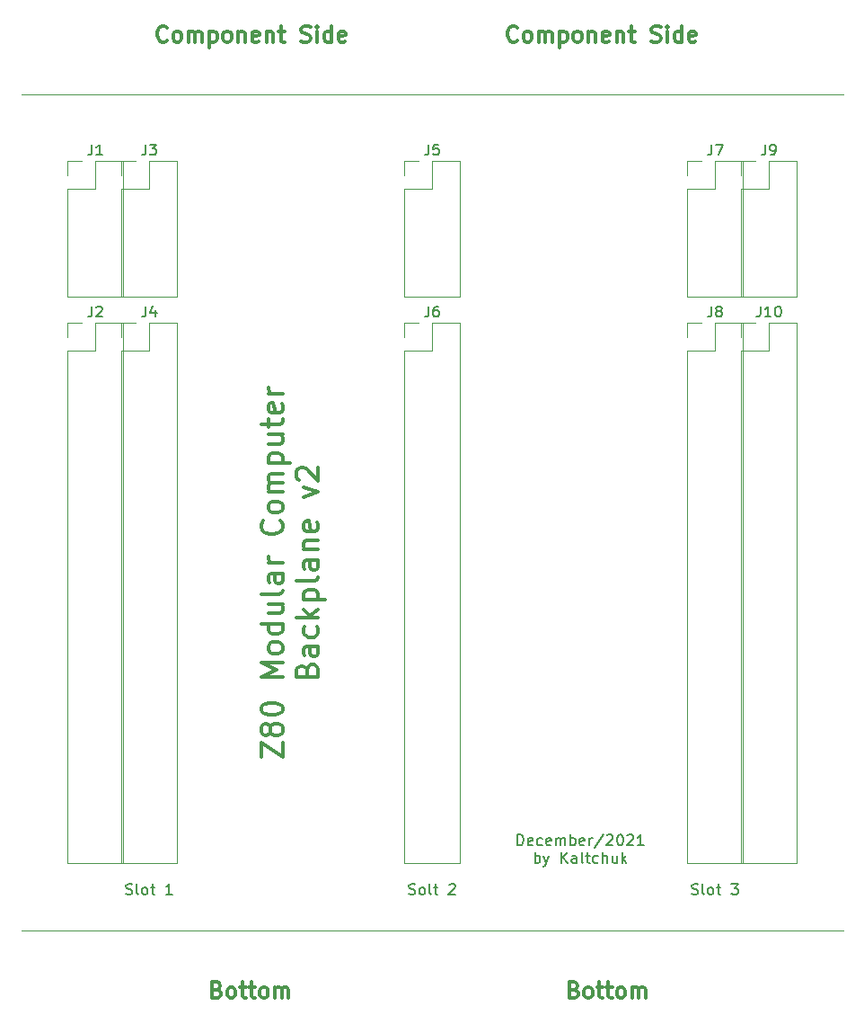
<source format=gbr>
G04 #@! TF.GenerationSoftware,KiCad,Pcbnew,(5.1.4)-1*
G04 #@! TF.CreationDate,2022-01-25T20:32:36+02:00*
G04 #@! TF.ProjectId,Backplane v2,4261636b-706c-4616-9e65-2076322e6b69,rev?*
G04 #@! TF.SameCoordinates,Original*
G04 #@! TF.FileFunction,Legend,Top*
G04 #@! TF.FilePolarity,Positive*
%FSLAX46Y46*%
G04 Gerber Fmt 4.6, Leading zero omitted, Abs format (unit mm)*
G04 Created by KiCad (PCBNEW (5.1.4)-1) date 2022-01-25 20:32:36*
%MOMM*%
%LPD*%
G04 APERTURE LIST*
%ADD10C,0.300000*%
%ADD11C,0.152400*%
%ADD12C,0.120000*%
%ADD13C,0.304800*%
%ADD14C,0.150000*%
G04 APERTURE END LIST*
D10*
X129957714Y-50827714D02*
X129886285Y-50899142D01*
X129672000Y-50970571D01*
X129529142Y-50970571D01*
X129314857Y-50899142D01*
X129172000Y-50756285D01*
X129100571Y-50613428D01*
X129029142Y-50327714D01*
X129029142Y-50113428D01*
X129100571Y-49827714D01*
X129172000Y-49684857D01*
X129314857Y-49542000D01*
X129529142Y-49470571D01*
X129672000Y-49470571D01*
X129886285Y-49542000D01*
X129957714Y-49613428D01*
X130814857Y-50970571D02*
X130672000Y-50899142D01*
X130600571Y-50827714D01*
X130529142Y-50684857D01*
X130529142Y-50256285D01*
X130600571Y-50113428D01*
X130672000Y-50042000D01*
X130814857Y-49970571D01*
X131029142Y-49970571D01*
X131172000Y-50042000D01*
X131243428Y-50113428D01*
X131314857Y-50256285D01*
X131314857Y-50684857D01*
X131243428Y-50827714D01*
X131172000Y-50899142D01*
X131029142Y-50970571D01*
X130814857Y-50970571D01*
X131957714Y-50970571D02*
X131957714Y-49970571D01*
X131957714Y-50113428D02*
X132029142Y-50042000D01*
X132172000Y-49970571D01*
X132386285Y-49970571D01*
X132529142Y-50042000D01*
X132600571Y-50184857D01*
X132600571Y-50970571D01*
X132600571Y-50184857D02*
X132672000Y-50042000D01*
X132814857Y-49970571D01*
X133029142Y-49970571D01*
X133172000Y-50042000D01*
X133243428Y-50184857D01*
X133243428Y-50970571D01*
X133957714Y-49970571D02*
X133957714Y-51470571D01*
X133957714Y-50042000D02*
X134100571Y-49970571D01*
X134386285Y-49970571D01*
X134529142Y-50042000D01*
X134600571Y-50113428D01*
X134672000Y-50256285D01*
X134672000Y-50684857D01*
X134600571Y-50827714D01*
X134529142Y-50899142D01*
X134386285Y-50970571D01*
X134100571Y-50970571D01*
X133957714Y-50899142D01*
X135529142Y-50970571D02*
X135386285Y-50899142D01*
X135314857Y-50827714D01*
X135243428Y-50684857D01*
X135243428Y-50256285D01*
X135314857Y-50113428D01*
X135386285Y-50042000D01*
X135529142Y-49970571D01*
X135743428Y-49970571D01*
X135886285Y-50042000D01*
X135957714Y-50113428D01*
X136029142Y-50256285D01*
X136029142Y-50684857D01*
X135957714Y-50827714D01*
X135886285Y-50899142D01*
X135743428Y-50970571D01*
X135529142Y-50970571D01*
X136672000Y-49970571D02*
X136672000Y-50970571D01*
X136672000Y-50113428D02*
X136743428Y-50042000D01*
X136886285Y-49970571D01*
X137100571Y-49970571D01*
X137243428Y-50042000D01*
X137314857Y-50184857D01*
X137314857Y-50970571D01*
X138600571Y-50899142D02*
X138457714Y-50970571D01*
X138172000Y-50970571D01*
X138029142Y-50899142D01*
X137957714Y-50756285D01*
X137957714Y-50184857D01*
X138029142Y-50042000D01*
X138172000Y-49970571D01*
X138457714Y-49970571D01*
X138600571Y-50042000D01*
X138672000Y-50184857D01*
X138672000Y-50327714D01*
X137957714Y-50470571D01*
X139314857Y-49970571D02*
X139314857Y-50970571D01*
X139314857Y-50113428D02*
X139386285Y-50042000D01*
X139529142Y-49970571D01*
X139743428Y-49970571D01*
X139886285Y-50042000D01*
X139957714Y-50184857D01*
X139957714Y-50970571D01*
X140457714Y-49970571D02*
X141029142Y-49970571D01*
X140672000Y-49470571D02*
X140672000Y-50756285D01*
X140743428Y-50899142D01*
X140886285Y-50970571D01*
X141029142Y-50970571D01*
X142600571Y-50899142D02*
X142814857Y-50970571D01*
X143172000Y-50970571D01*
X143314857Y-50899142D01*
X143386285Y-50827714D01*
X143457714Y-50684857D01*
X143457714Y-50542000D01*
X143386285Y-50399142D01*
X143314857Y-50327714D01*
X143172000Y-50256285D01*
X142886285Y-50184857D01*
X142743428Y-50113428D01*
X142672000Y-50042000D01*
X142600571Y-49899142D01*
X142600571Y-49756285D01*
X142672000Y-49613428D01*
X142743428Y-49542000D01*
X142886285Y-49470571D01*
X143243428Y-49470571D01*
X143457714Y-49542000D01*
X144100571Y-50970571D02*
X144100571Y-49970571D01*
X144100571Y-49470571D02*
X144029142Y-49542000D01*
X144100571Y-49613428D01*
X144172000Y-49542000D01*
X144100571Y-49470571D01*
X144100571Y-49613428D01*
X145457714Y-50970571D02*
X145457714Y-49470571D01*
X145457714Y-50899142D02*
X145314857Y-50970571D01*
X145029142Y-50970571D01*
X144886285Y-50899142D01*
X144814857Y-50827714D01*
X144743428Y-50684857D01*
X144743428Y-50256285D01*
X144814857Y-50113428D01*
X144886285Y-50042000D01*
X145029142Y-49970571D01*
X145314857Y-49970571D01*
X145457714Y-50042000D01*
X146743428Y-50899142D02*
X146600571Y-50970571D01*
X146314857Y-50970571D01*
X146172000Y-50899142D01*
X146100571Y-50756285D01*
X146100571Y-50184857D01*
X146172000Y-50042000D01*
X146314857Y-49970571D01*
X146600571Y-49970571D01*
X146743428Y-50042000D01*
X146814857Y-50184857D01*
X146814857Y-50327714D01*
X146100571Y-50470571D01*
X96937714Y-50827714D02*
X96866285Y-50899142D01*
X96652000Y-50970571D01*
X96509142Y-50970571D01*
X96294857Y-50899142D01*
X96152000Y-50756285D01*
X96080571Y-50613428D01*
X96009142Y-50327714D01*
X96009142Y-50113428D01*
X96080571Y-49827714D01*
X96152000Y-49684857D01*
X96294857Y-49542000D01*
X96509142Y-49470571D01*
X96652000Y-49470571D01*
X96866285Y-49542000D01*
X96937714Y-49613428D01*
X97794857Y-50970571D02*
X97652000Y-50899142D01*
X97580571Y-50827714D01*
X97509142Y-50684857D01*
X97509142Y-50256285D01*
X97580571Y-50113428D01*
X97652000Y-50042000D01*
X97794857Y-49970571D01*
X98009142Y-49970571D01*
X98152000Y-50042000D01*
X98223428Y-50113428D01*
X98294857Y-50256285D01*
X98294857Y-50684857D01*
X98223428Y-50827714D01*
X98152000Y-50899142D01*
X98009142Y-50970571D01*
X97794857Y-50970571D01*
X98937714Y-50970571D02*
X98937714Y-49970571D01*
X98937714Y-50113428D02*
X99009142Y-50042000D01*
X99152000Y-49970571D01*
X99366285Y-49970571D01*
X99509142Y-50042000D01*
X99580571Y-50184857D01*
X99580571Y-50970571D01*
X99580571Y-50184857D02*
X99652000Y-50042000D01*
X99794857Y-49970571D01*
X100009142Y-49970571D01*
X100152000Y-50042000D01*
X100223428Y-50184857D01*
X100223428Y-50970571D01*
X100937714Y-49970571D02*
X100937714Y-51470571D01*
X100937714Y-50042000D02*
X101080571Y-49970571D01*
X101366285Y-49970571D01*
X101509142Y-50042000D01*
X101580571Y-50113428D01*
X101652000Y-50256285D01*
X101652000Y-50684857D01*
X101580571Y-50827714D01*
X101509142Y-50899142D01*
X101366285Y-50970571D01*
X101080571Y-50970571D01*
X100937714Y-50899142D01*
X102509142Y-50970571D02*
X102366285Y-50899142D01*
X102294857Y-50827714D01*
X102223428Y-50684857D01*
X102223428Y-50256285D01*
X102294857Y-50113428D01*
X102366285Y-50042000D01*
X102509142Y-49970571D01*
X102723428Y-49970571D01*
X102866285Y-50042000D01*
X102937714Y-50113428D01*
X103009142Y-50256285D01*
X103009142Y-50684857D01*
X102937714Y-50827714D01*
X102866285Y-50899142D01*
X102723428Y-50970571D01*
X102509142Y-50970571D01*
X103652000Y-49970571D02*
X103652000Y-50970571D01*
X103652000Y-50113428D02*
X103723428Y-50042000D01*
X103866285Y-49970571D01*
X104080571Y-49970571D01*
X104223428Y-50042000D01*
X104294857Y-50184857D01*
X104294857Y-50970571D01*
X105580571Y-50899142D02*
X105437714Y-50970571D01*
X105152000Y-50970571D01*
X105009142Y-50899142D01*
X104937714Y-50756285D01*
X104937714Y-50184857D01*
X105009142Y-50042000D01*
X105152000Y-49970571D01*
X105437714Y-49970571D01*
X105580571Y-50042000D01*
X105652000Y-50184857D01*
X105652000Y-50327714D01*
X104937714Y-50470571D01*
X106294857Y-49970571D02*
X106294857Y-50970571D01*
X106294857Y-50113428D02*
X106366285Y-50042000D01*
X106509142Y-49970571D01*
X106723428Y-49970571D01*
X106866285Y-50042000D01*
X106937714Y-50184857D01*
X106937714Y-50970571D01*
X107437714Y-49970571D02*
X108009142Y-49970571D01*
X107652000Y-49470571D02*
X107652000Y-50756285D01*
X107723428Y-50899142D01*
X107866285Y-50970571D01*
X108009142Y-50970571D01*
X109580571Y-50899142D02*
X109794857Y-50970571D01*
X110152000Y-50970571D01*
X110294857Y-50899142D01*
X110366285Y-50827714D01*
X110437714Y-50684857D01*
X110437714Y-50542000D01*
X110366285Y-50399142D01*
X110294857Y-50327714D01*
X110152000Y-50256285D01*
X109866285Y-50184857D01*
X109723428Y-50113428D01*
X109652000Y-50042000D01*
X109580571Y-49899142D01*
X109580571Y-49756285D01*
X109652000Y-49613428D01*
X109723428Y-49542000D01*
X109866285Y-49470571D01*
X110223428Y-49470571D01*
X110437714Y-49542000D01*
X111080571Y-50970571D02*
X111080571Y-49970571D01*
X111080571Y-49470571D02*
X111009142Y-49542000D01*
X111080571Y-49613428D01*
X111152000Y-49542000D01*
X111080571Y-49470571D01*
X111080571Y-49613428D01*
X112437714Y-50970571D02*
X112437714Y-49470571D01*
X112437714Y-50899142D02*
X112294857Y-50970571D01*
X112009142Y-50970571D01*
X111866285Y-50899142D01*
X111794857Y-50827714D01*
X111723428Y-50684857D01*
X111723428Y-50256285D01*
X111794857Y-50113428D01*
X111866285Y-50042000D01*
X112009142Y-49970571D01*
X112294857Y-49970571D01*
X112437714Y-50042000D01*
X113723428Y-50899142D02*
X113580571Y-50970571D01*
X113294857Y-50970571D01*
X113152000Y-50899142D01*
X113080571Y-50756285D01*
X113080571Y-50184857D01*
X113152000Y-50042000D01*
X113294857Y-49970571D01*
X113580571Y-49970571D01*
X113723428Y-50042000D01*
X113794857Y-50184857D01*
X113794857Y-50327714D01*
X113080571Y-50470571D01*
X101667857Y-140227857D02*
X101882142Y-140299285D01*
X101953571Y-140370714D01*
X102025000Y-140513571D01*
X102025000Y-140727857D01*
X101953571Y-140870714D01*
X101882142Y-140942142D01*
X101739285Y-141013571D01*
X101167857Y-141013571D01*
X101167857Y-139513571D01*
X101667857Y-139513571D01*
X101810714Y-139585000D01*
X101882142Y-139656428D01*
X101953571Y-139799285D01*
X101953571Y-139942142D01*
X101882142Y-140085000D01*
X101810714Y-140156428D01*
X101667857Y-140227857D01*
X101167857Y-140227857D01*
X102882142Y-141013571D02*
X102739285Y-140942142D01*
X102667857Y-140870714D01*
X102596428Y-140727857D01*
X102596428Y-140299285D01*
X102667857Y-140156428D01*
X102739285Y-140085000D01*
X102882142Y-140013571D01*
X103096428Y-140013571D01*
X103239285Y-140085000D01*
X103310714Y-140156428D01*
X103382142Y-140299285D01*
X103382142Y-140727857D01*
X103310714Y-140870714D01*
X103239285Y-140942142D01*
X103096428Y-141013571D01*
X102882142Y-141013571D01*
X103810714Y-140013571D02*
X104382142Y-140013571D01*
X104025000Y-139513571D02*
X104025000Y-140799285D01*
X104096428Y-140942142D01*
X104239285Y-141013571D01*
X104382142Y-141013571D01*
X104667857Y-140013571D02*
X105239285Y-140013571D01*
X104882142Y-139513571D02*
X104882142Y-140799285D01*
X104953571Y-140942142D01*
X105096428Y-141013571D01*
X105239285Y-141013571D01*
X105953571Y-141013571D02*
X105810714Y-140942142D01*
X105739285Y-140870714D01*
X105667857Y-140727857D01*
X105667857Y-140299285D01*
X105739285Y-140156428D01*
X105810714Y-140085000D01*
X105953571Y-140013571D01*
X106167857Y-140013571D01*
X106310714Y-140085000D01*
X106382142Y-140156428D01*
X106453571Y-140299285D01*
X106453571Y-140727857D01*
X106382142Y-140870714D01*
X106310714Y-140942142D01*
X106167857Y-141013571D01*
X105953571Y-141013571D01*
X107096428Y-141013571D02*
X107096428Y-140013571D01*
X107096428Y-140156428D02*
X107167857Y-140085000D01*
X107310714Y-140013571D01*
X107525000Y-140013571D01*
X107667857Y-140085000D01*
X107739285Y-140227857D01*
X107739285Y-141013571D01*
X107739285Y-140227857D02*
X107810714Y-140085000D01*
X107953571Y-140013571D01*
X108167857Y-140013571D01*
X108310714Y-140085000D01*
X108382142Y-140227857D01*
X108382142Y-141013571D01*
X135322857Y-140227857D02*
X135537142Y-140299285D01*
X135608571Y-140370714D01*
X135680000Y-140513571D01*
X135680000Y-140727857D01*
X135608571Y-140870714D01*
X135537142Y-140942142D01*
X135394285Y-141013571D01*
X134822857Y-141013571D01*
X134822857Y-139513571D01*
X135322857Y-139513571D01*
X135465714Y-139585000D01*
X135537142Y-139656428D01*
X135608571Y-139799285D01*
X135608571Y-139942142D01*
X135537142Y-140085000D01*
X135465714Y-140156428D01*
X135322857Y-140227857D01*
X134822857Y-140227857D01*
X136537142Y-141013571D02*
X136394285Y-140942142D01*
X136322857Y-140870714D01*
X136251428Y-140727857D01*
X136251428Y-140299285D01*
X136322857Y-140156428D01*
X136394285Y-140085000D01*
X136537142Y-140013571D01*
X136751428Y-140013571D01*
X136894285Y-140085000D01*
X136965714Y-140156428D01*
X137037142Y-140299285D01*
X137037142Y-140727857D01*
X136965714Y-140870714D01*
X136894285Y-140942142D01*
X136751428Y-141013571D01*
X136537142Y-141013571D01*
X137465714Y-140013571D02*
X138037142Y-140013571D01*
X137680000Y-139513571D02*
X137680000Y-140799285D01*
X137751428Y-140942142D01*
X137894285Y-141013571D01*
X138037142Y-141013571D01*
X138322857Y-140013571D02*
X138894285Y-140013571D01*
X138537142Y-139513571D02*
X138537142Y-140799285D01*
X138608571Y-140942142D01*
X138751428Y-141013571D01*
X138894285Y-141013571D01*
X139608571Y-141013571D02*
X139465714Y-140942142D01*
X139394285Y-140870714D01*
X139322857Y-140727857D01*
X139322857Y-140299285D01*
X139394285Y-140156428D01*
X139465714Y-140085000D01*
X139608571Y-140013571D01*
X139822857Y-140013571D01*
X139965714Y-140085000D01*
X140037142Y-140156428D01*
X140108571Y-140299285D01*
X140108571Y-140727857D01*
X140037142Y-140870714D01*
X139965714Y-140942142D01*
X139822857Y-141013571D01*
X139608571Y-141013571D01*
X140751428Y-141013571D02*
X140751428Y-140013571D01*
X140751428Y-140156428D02*
X140822857Y-140085000D01*
X140965714Y-140013571D01*
X141180000Y-140013571D01*
X141322857Y-140085000D01*
X141394285Y-140227857D01*
X141394285Y-141013571D01*
X141394285Y-140227857D02*
X141465714Y-140085000D01*
X141608571Y-140013571D01*
X141822857Y-140013571D01*
X141965714Y-140085000D01*
X142037142Y-140227857D01*
X142037142Y-141013571D01*
D11*
X146412857Y-131221238D02*
X146558000Y-131269619D01*
X146799904Y-131269619D01*
X146896666Y-131221238D01*
X146945047Y-131172857D01*
X146993428Y-131076095D01*
X146993428Y-130979333D01*
X146945047Y-130882571D01*
X146896666Y-130834190D01*
X146799904Y-130785809D01*
X146606380Y-130737428D01*
X146509619Y-130689047D01*
X146461238Y-130640666D01*
X146412857Y-130543904D01*
X146412857Y-130447142D01*
X146461238Y-130350380D01*
X146509619Y-130302000D01*
X146606380Y-130253619D01*
X146848285Y-130253619D01*
X146993428Y-130302000D01*
X147574000Y-131269619D02*
X147477238Y-131221238D01*
X147428857Y-131124476D01*
X147428857Y-130253619D01*
X148106190Y-131269619D02*
X148009428Y-131221238D01*
X147961047Y-131172857D01*
X147912666Y-131076095D01*
X147912666Y-130785809D01*
X147961047Y-130689047D01*
X148009428Y-130640666D01*
X148106190Y-130592285D01*
X148251333Y-130592285D01*
X148348095Y-130640666D01*
X148396476Y-130689047D01*
X148444857Y-130785809D01*
X148444857Y-131076095D01*
X148396476Y-131172857D01*
X148348095Y-131221238D01*
X148251333Y-131269619D01*
X148106190Y-131269619D01*
X148735142Y-130592285D02*
X149122190Y-130592285D01*
X148880285Y-130253619D02*
X148880285Y-131124476D01*
X148928666Y-131221238D01*
X149025428Y-131269619D01*
X149122190Y-131269619D01*
X150138190Y-130253619D02*
X150767142Y-130253619D01*
X150428476Y-130640666D01*
X150573619Y-130640666D01*
X150670380Y-130689047D01*
X150718761Y-130737428D01*
X150767142Y-130834190D01*
X150767142Y-131076095D01*
X150718761Y-131172857D01*
X150670380Y-131221238D01*
X150573619Y-131269619D01*
X150283333Y-131269619D01*
X150186571Y-131221238D01*
X150138190Y-131172857D01*
X119742857Y-131221238D02*
X119888000Y-131269619D01*
X120129904Y-131269619D01*
X120226666Y-131221238D01*
X120275047Y-131172857D01*
X120323428Y-131076095D01*
X120323428Y-130979333D01*
X120275047Y-130882571D01*
X120226666Y-130834190D01*
X120129904Y-130785809D01*
X119936380Y-130737428D01*
X119839619Y-130689047D01*
X119791238Y-130640666D01*
X119742857Y-130543904D01*
X119742857Y-130447142D01*
X119791238Y-130350380D01*
X119839619Y-130302000D01*
X119936380Y-130253619D01*
X120178285Y-130253619D01*
X120323428Y-130302000D01*
X120904000Y-131269619D02*
X120807238Y-131221238D01*
X120758857Y-131172857D01*
X120710476Y-131076095D01*
X120710476Y-130785809D01*
X120758857Y-130689047D01*
X120807238Y-130640666D01*
X120904000Y-130592285D01*
X121049142Y-130592285D01*
X121145904Y-130640666D01*
X121194285Y-130689047D01*
X121242666Y-130785809D01*
X121242666Y-131076095D01*
X121194285Y-131172857D01*
X121145904Y-131221238D01*
X121049142Y-131269619D01*
X120904000Y-131269619D01*
X121823238Y-131269619D02*
X121726476Y-131221238D01*
X121678095Y-131124476D01*
X121678095Y-130253619D01*
X122065142Y-130592285D02*
X122452190Y-130592285D01*
X122210285Y-130253619D02*
X122210285Y-131124476D01*
X122258666Y-131221238D01*
X122355428Y-131269619D01*
X122452190Y-131269619D01*
X123516571Y-130350380D02*
X123564952Y-130302000D01*
X123661714Y-130253619D01*
X123903619Y-130253619D01*
X124000380Y-130302000D01*
X124048761Y-130350380D01*
X124097142Y-130447142D01*
X124097142Y-130543904D01*
X124048761Y-130689047D01*
X123468190Y-131269619D01*
X124097142Y-131269619D01*
X93072857Y-131221238D02*
X93218000Y-131269619D01*
X93459904Y-131269619D01*
X93556666Y-131221238D01*
X93605047Y-131172857D01*
X93653428Y-131076095D01*
X93653428Y-130979333D01*
X93605047Y-130882571D01*
X93556666Y-130834190D01*
X93459904Y-130785809D01*
X93266380Y-130737428D01*
X93169619Y-130689047D01*
X93121238Y-130640666D01*
X93072857Y-130543904D01*
X93072857Y-130447142D01*
X93121238Y-130350380D01*
X93169619Y-130302000D01*
X93266380Y-130253619D01*
X93508285Y-130253619D01*
X93653428Y-130302000D01*
X94234000Y-131269619D02*
X94137238Y-131221238D01*
X94088857Y-131124476D01*
X94088857Y-130253619D01*
X94766190Y-131269619D02*
X94669428Y-131221238D01*
X94621047Y-131172857D01*
X94572666Y-131076095D01*
X94572666Y-130785809D01*
X94621047Y-130689047D01*
X94669428Y-130640666D01*
X94766190Y-130592285D01*
X94911333Y-130592285D01*
X95008095Y-130640666D01*
X95056476Y-130689047D01*
X95104857Y-130785809D01*
X95104857Y-131076095D01*
X95056476Y-131172857D01*
X95008095Y-131221238D01*
X94911333Y-131269619D01*
X94766190Y-131269619D01*
X95395142Y-130592285D02*
X95782190Y-130592285D01*
X95540285Y-130253619D02*
X95540285Y-131124476D01*
X95588666Y-131221238D01*
X95685428Y-131269619D01*
X95782190Y-131269619D01*
X97427142Y-131269619D02*
X96846571Y-131269619D01*
X97136857Y-131269619D02*
X97136857Y-130253619D01*
X97040095Y-130398761D01*
X96943333Y-130495523D01*
X96846571Y-130543904D01*
D12*
X83185000Y-134620000D02*
X160655000Y-134620000D01*
X160655000Y-55880000D02*
X83185000Y-55880000D01*
D11*
X129963333Y-126621419D02*
X129963333Y-125605419D01*
X130205238Y-125605419D01*
X130350380Y-125653800D01*
X130447142Y-125750561D01*
X130495523Y-125847323D01*
X130543904Y-126040847D01*
X130543904Y-126185990D01*
X130495523Y-126379514D01*
X130447142Y-126476276D01*
X130350380Y-126573038D01*
X130205238Y-126621419D01*
X129963333Y-126621419D01*
X131366380Y-126573038D02*
X131269619Y-126621419D01*
X131076095Y-126621419D01*
X130979333Y-126573038D01*
X130930952Y-126476276D01*
X130930952Y-126089228D01*
X130979333Y-125992466D01*
X131076095Y-125944085D01*
X131269619Y-125944085D01*
X131366380Y-125992466D01*
X131414761Y-126089228D01*
X131414761Y-126185990D01*
X130930952Y-126282752D01*
X132285619Y-126573038D02*
X132188857Y-126621419D01*
X131995333Y-126621419D01*
X131898571Y-126573038D01*
X131850190Y-126524657D01*
X131801809Y-126427895D01*
X131801809Y-126137609D01*
X131850190Y-126040847D01*
X131898571Y-125992466D01*
X131995333Y-125944085D01*
X132188857Y-125944085D01*
X132285619Y-125992466D01*
X133108095Y-126573038D02*
X133011333Y-126621419D01*
X132817809Y-126621419D01*
X132721047Y-126573038D01*
X132672666Y-126476276D01*
X132672666Y-126089228D01*
X132721047Y-125992466D01*
X132817809Y-125944085D01*
X133011333Y-125944085D01*
X133108095Y-125992466D01*
X133156476Y-126089228D01*
X133156476Y-126185990D01*
X132672666Y-126282752D01*
X133591904Y-126621419D02*
X133591904Y-125944085D01*
X133591904Y-126040847D02*
X133640285Y-125992466D01*
X133737047Y-125944085D01*
X133882190Y-125944085D01*
X133978952Y-125992466D01*
X134027333Y-126089228D01*
X134027333Y-126621419D01*
X134027333Y-126089228D02*
X134075714Y-125992466D01*
X134172476Y-125944085D01*
X134317619Y-125944085D01*
X134414380Y-125992466D01*
X134462761Y-126089228D01*
X134462761Y-126621419D01*
X134946571Y-126621419D02*
X134946571Y-125605419D01*
X134946571Y-125992466D02*
X135043333Y-125944085D01*
X135236857Y-125944085D01*
X135333619Y-125992466D01*
X135382000Y-126040847D01*
X135430380Y-126137609D01*
X135430380Y-126427895D01*
X135382000Y-126524657D01*
X135333619Y-126573038D01*
X135236857Y-126621419D01*
X135043333Y-126621419D01*
X134946571Y-126573038D01*
X136252857Y-126573038D02*
X136156095Y-126621419D01*
X135962571Y-126621419D01*
X135865809Y-126573038D01*
X135817428Y-126476276D01*
X135817428Y-126089228D01*
X135865809Y-125992466D01*
X135962571Y-125944085D01*
X136156095Y-125944085D01*
X136252857Y-125992466D01*
X136301238Y-126089228D01*
X136301238Y-126185990D01*
X135817428Y-126282752D01*
X136736666Y-126621419D02*
X136736666Y-125944085D01*
X136736666Y-126137609D02*
X136785047Y-126040847D01*
X136833428Y-125992466D01*
X136930190Y-125944085D01*
X137026952Y-125944085D01*
X138091333Y-125557038D02*
X137220476Y-126863323D01*
X138381619Y-125702180D02*
X138430000Y-125653800D01*
X138526761Y-125605419D01*
X138768666Y-125605419D01*
X138865428Y-125653800D01*
X138913809Y-125702180D01*
X138962190Y-125798942D01*
X138962190Y-125895704D01*
X138913809Y-126040847D01*
X138333238Y-126621419D01*
X138962190Y-126621419D01*
X139591142Y-125605419D02*
X139687904Y-125605419D01*
X139784666Y-125653800D01*
X139833047Y-125702180D01*
X139881428Y-125798942D01*
X139929809Y-125992466D01*
X139929809Y-126234371D01*
X139881428Y-126427895D01*
X139833047Y-126524657D01*
X139784666Y-126573038D01*
X139687904Y-126621419D01*
X139591142Y-126621419D01*
X139494380Y-126573038D01*
X139446000Y-126524657D01*
X139397619Y-126427895D01*
X139349238Y-126234371D01*
X139349238Y-125992466D01*
X139397619Y-125798942D01*
X139446000Y-125702180D01*
X139494380Y-125653800D01*
X139591142Y-125605419D01*
X140316857Y-125702180D02*
X140365238Y-125653800D01*
X140462000Y-125605419D01*
X140703904Y-125605419D01*
X140800666Y-125653800D01*
X140849047Y-125702180D01*
X140897428Y-125798942D01*
X140897428Y-125895704D01*
X140849047Y-126040847D01*
X140268476Y-126621419D01*
X140897428Y-126621419D01*
X141865047Y-126621419D02*
X141284476Y-126621419D01*
X141574761Y-126621419D02*
X141574761Y-125605419D01*
X141478000Y-125750561D01*
X141381238Y-125847323D01*
X141284476Y-125895704D01*
X131608285Y-128297819D02*
X131608285Y-127281819D01*
X131608285Y-127668866D02*
X131705047Y-127620485D01*
X131898571Y-127620485D01*
X131995333Y-127668866D01*
X132043714Y-127717247D01*
X132092095Y-127814009D01*
X132092095Y-128104295D01*
X132043714Y-128201057D01*
X131995333Y-128249438D01*
X131898571Y-128297819D01*
X131705047Y-128297819D01*
X131608285Y-128249438D01*
X132430761Y-127620485D02*
X132672666Y-128297819D01*
X132914571Y-127620485D02*
X132672666Y-128297819D01*
X132575904Y-128539723D01*
X132527523Y-128588104D01*
X132430761Y-128636485D01*
X134075714Y-128297819D02*
X134075714Y-127281819D01*
X134656285Y-128297819D02*
X134220857Y-127717247D01*
X134656285Y-127281819D02*
X134075714Y-127862390D01*
X135527142Y-128297819D02*
X135527142Y-127765628D01*
X135478761Y-127668866D01*
X135382000Y-127620485D01*
X135188476Y-127620485D01*
X135091714Y-127668866D01*
X135527142Y-128249438D02*
X135430380Y-128297819D01*
X135188476Y-128297819D01*
X135091714Y-128249438D01*
X135043333Y-128152676D01*
X135043333Y-128055914D01*
X135091714Y-127959152D01*
X135188476Y-127910771D01*
X135430380Y-127910771D01*
X135527142Y-127862390D01*
X136156095Y-128297819D02*
X136059333Y-128249438D01*
X136010952Y-128152676D01*
X136010952Y-127281819D01*
X136398000Y-127620485D02*
X136785047Y-127620485D01*
X136543142Y-127281819D02*
X136543142Y-128152676D01*
X136591523Y-128249438D01*
X136688285Y-128297819D01*
X136785047Y-128297819D01*
X137559142Y-128249438D02*
X137462380Y-128297819D01*
X137268857Y-128297819D01*
X137172095Y-128249438D01*
X137123714Y-128201057D01*
X137075333Y-128104295D01*
X137075333Y-127814009D01*
X137123714Y-127717247D01*
X137172095Y-127668866D01*
X137268857Y-127620485D01*
X137462380Y-127620485D01*
X137559142Y-127668866D01*
X137994571Y-128297819D02*
X137994571Y-127281819D01*
X138430000Y-128297819D02*
X138430000Y-127765628D01*
X138381619Y-127668866D01*
X138284857Y-127620485D01*
X138139714Y-127620485D01*
X138042952Y-127668866D01*
X137994571Y-127717247D01*
X139349238Y-127620485D02*
X139349238Y-128297819D01*
X138913809Y-127620485D02*
X138913809Y-128152676D01*
X138962190Y-128249438D01*
X139058952Y-128297819D01*
X139204095Y-128297819D01*
X139300857Y-128249438D01*
X139349238Y-128201057D01*
X139833047Y-128297819D02*
X139833047Y-127281819D01*
X139929809Y-127910771D02*
X140220095Y-128297819D01*
X140220095Y-127620485D02*
X139833047Y-128007533D01*
D13*
X105795838Y-118333761D02*
X105795838Y-116979095D01*
X107827838Y-118333761D01*
X107827838Y-116979095D01*
X106666695Y-115914714D02*
X106569933Y-116108238D01*
X106473171Y-116205000D01*
X106279647Y-116301761D01*
X106182885Y-116301761D01*
X105989361Y-116205000D01*
X105892600Y-116108238D01*
X105795838Y-115914714D01*
X105795838Y-115527666D01*
X105892600Y-115334142D01*
X105989361Y-115237380D01*
X106182885Y-115140619D01*
X106279647Y-115140619D01*
X106473171Y-115237380D01*
X106569933Y-115334142D01*
X106666695Y-115527666D01*
X106666695Y-115914714D01*
X106763457Y-116108238D01*
X106860219Y-116205000D01*
X107053742Y-116301761D01*
X107440790Y-116301761D01*
X107634314Y-116205000D01*
X107731076Y-116108238D01*
X107827838Y-115914714D01*
X107827838Y-115527666D01*
X107731076Y-115334142D01*
X107634314Y-115237380D01*
X107440790Y-115140619D01*
X107053742Y-115140619D01*
X106860219Y-115237380D01*
X106763457Y-115334142D01*
X106666695Y-115527666D01*
X105795838Y-113882714D02*
X105795838Y-113689190D01*
X105892600Y-113495666D01*
X105989361Y-113398904D01*
X106182885Y-113302142D01*
X106569933Y-113205380D01*
X107053742Y-113205380D01*
X107440790Y-113302142D01*
X107634314Y-113398904D01*
X107731076Y-113495666D01*
X107827838Y-113689190D01*
X107827838Y-113882714D01*
X107731076Y-114076238D01*
X107634314Y-114173000D01*
X107440790Y-114269761D01*
X107053742Y-114366523D01*
X106569933Y-114366523D01*
X106182885Y-114269761D01*
X105989361Y-114173000D01*
X105892600Y-114076238D01*
X105795838Y-113882714D01*
X107827838Y-110786333D02*
X105795838Y-110786333D01*
X107247266Y-110109000D01*
X105795838Y-109431666D01*
X107827838Y-109431666D01*
X107827838Y-108173761D02*
X107731076Y-108367285D01*
X107634314Y-108464047D01*
X107440790Y-108560809D01*
X106860219Y-108560809D01*
X106666695Y-108464047D01*
X106569933Y-108367285D01*
X106473171Y-108173761D01*
X106473171Y-107883476D01*
X106569933Y-107689952D01*
X106666695Y-107593190D01*
X106860219Y-107496428D01*
X107440790Y-107496428D01*
X107634314Y-107593190D01*
X107731076Y-107689952D01*
X107827838Y-107883476D01*
X107827838Y-108173761D01*
X107827838Y-105754714D02*
X105795838Y-105754714D01*
X107731076Y-105754714D02*
X107827838Y-105948238D01*
X107827838Y-106335285D01*
X107731076Y-106528809D01*
X107634314Y-106625571D01*
X107440790Y-106722333D01*
X106860219Y-106722333D01*
X106666695Y-106625571D01*
X106569933Y-106528809D01*
X106473171Y-106335285D01*
X106473171Y-105948238D01*
X106569933Y-105754714D01*
X106473171Y-103916238D02*
X107827838Y-103916238D01*
X106473171Y-104787095D02*
X107537552Y-104787095D01*
X107731076Y-104690333D01*
X107827838Y-104496809D01*
X107827838Y-104206523D01*
X107731076Y-104013000D01*
X107634314Y-103916238D01*
X107827838Y-102658333D02*
X107731076Y-102851857D01*
X107537552Y-102948619D01*
X105795838Y-102948619D01*
X107827838Y-101013380D02*
X106763457Y-101013380D01*
X106569933Y-101110142D01*
X106473171Y-101303666D01*
X106473171Y-101690714D01*
X106569933Y-101884238D01*
X107731076Y-101013380D02*
X107827838Y-101206904D01*
X107827838Y-101690714D01*
X107731076Y-101884238D01*
X107537552Y-101981000D01*
X107344028Y-101981000D01*
X107150504Y-101884238D01*
X107053742Y-101690714D01*
X107053742Y-101206904D01*
X106956980Y-101013380D01*
X107827838Y-100045761D02*
X106473171Y-100045761D01*
X106860219Y-100045761D02*
X106666695Y-99949000D01*
X106569933Y-99852238D01*
X106473171Y-99658714D01*
X106473171Y-99465190D01*
X107634314Y-96078523D02*
X107731076Y-96175285D01*
X107827838Y-96465571D01*
X107827838Y-96659095D01*
X107731076Y-96949380D01*
X107537552Y-97142904D01*
X107344028Y-97239666D01*
X106956980Y-97336428D01*
X106666695Y-97336428D01*
X106279647Y-97239666D01*
X106086123Y-97142904D01*
X105892600Y-96949380D01*
X105795838Y-96659095D01*
X105795838Y-96465571D01*
X105892600Y-96175285D01*
X105989361Y-96078523D01*
X107827838Y-94917380D02*
X107731076Y-95110904D01*
X107634314Y-95207666D01*
X107440790Y-95304428D01*
X106860219Y-95304428D01*
X106666695Y-95207666D01*
X106569933Y-95110904D01*
X106473171Y-94917380D01*
X106473171Y-94627095D01*
X106569933Y-94433571D01*
X106666695Y-94336809D01*
X106860219Y-94240047D01*
X107440790Y-94240047D01*
X107634314Y-94336809D01*
X107731076Y-94433571D01*
X107827838Y-94627095D01*
X107827838Y-94917380D01*
X107827838Y-93369190D02*
X106473171Y-93369190D01*
X106666695Y-93369190D02*
X106569933Y-93272428D01*
X106473171Y-93078904D01*
X106473171Y-92788619D01*
X106569933Y-92595095D01*
X106763457Y-92498333D01*
X107827838Y-92498333D01*
X106763457Y-92498333D02*
X106569933Y-92401571D01*
X106473171Y-92208047D01*
X106473171Y-91917761D01*
X106569933Y-91724238D01*
X106763457Y-91627476D01*
X107827838Y-91627476D01*
X106473171Y-90659857D02*
X108505171Y-90659857D01*
X106569933Y-90659857D02*
X106473171Y-90466333D01*
X106473171Y-90079285D01*
X106569933Y-89885761D01*
X106666695Y-89789000D01*
X106860219Y-89692238D01*
X107440790Y-89692238D01*
X107634314Y-89789000D01*
X107731076Y-89885761D01*
X107827838Y-90079285D01*
X107827838Y-90466333D01*
X107731076Y-90659857D01*
X106473171Y-87950523D02*
X107827838Y-87950523D01*
X106473171Y-88821380D02*
X107537552Y-88821380D01*
X107731076Y-88724619D01*
X107827838Y-88531095D01*
X107827838Y-88240809D01*
X107731076Y-88047285D01*
X107634314Y-87950523D01*
X106473171Y-87273190D02*
X106473171Y-86499095D01*
X105795838Y-86982904D02*
X107537552Y-86982904D01*
X107731076Y-86886142D01*
X107827838Y-86692619D01*
X107827838Y-86499095D01*
X107731076Y-85047666D02*
X107827838Y-85241190D01*
X107827838Y-85628238D01*
X107731076Y-85821761D01*
X107537552Y-85918523D01*
X106763457Y-85918523D01*
X106569933Y-85821761D01*
X106473171Y-85628238D01*
X106473171Y-85241190D01*
X106569933Y-85047666D01*
X106763457Y-84950904D01*
X106956980Y-84950904D01*
X107150504Y-85918523D01*
X107827838Y-84080047D02*
X106473171Y-84080047D01*
X106860219Y-84080047D02*
X106666695Y-83983285D01*
X106569933Y-83886523D01*
X106473171Y-83693000D01*
X106473171Y-83499476D01*
X110116257Y-110109000D02*
X110213019Y-109818714D01*
X110309780Y-109721952D01*
X110503304Y-109625190D01*
X110793590Y-109625190D01*
X110987114Y-109721952D01*
X111083876Y-109818714D01*
X111180638Y-110012238D01*
X111180638Y-110786333D01*
X109148638Y-110786333D01*
X109148638Y-110109000D01*
X109245400Y-109915476D01*
X109342161Y-109818714D01*
X109535685Y-109721952D01*
X109729209Y-109721952D01*
X109922733Y-109818714D01*
X110019495Y-109915476D01*
X110116257Y-110109000D01*
X110116257Y-110786333D01*
X111180638Y-107883476D02*
X110116257Y-107883476D01*
X109922733Y-107980238D01*
X109825971Y-108173761D01*
X109825971Y-108560809D01*
X109922733Y-108754333D01*
X111083876Y-107883476D02*
X111180638Y-108077000D01*
X111180638Y-108560809D01*
X111083876Y-108754333D01*
X110890352Y-108851095D01*
X110696828Y-108851095D01*
X110503304Y-108754333D01*
X110406542Y-108560809D01*
X110406542Y-108077000D01*
X110309780Y-107883476D01*
X111083876Y-106045000D02*
X111180638Y-106238523D01*
X111180638Y-106625571D01*
X111083876Y-106819095D01*
X110987114Y-106915857D01*
X110793590Y-107012619D01*
X110213019Y-107012619D01*
X110019495Y-106915857D01*
X109922733Y-106819095D01*
X109825971Y-106625571D01*
X109825971Y-106238523D01*
X109922733Y-106045000D01*
X111180638Y-105174142D02*
X109148638Y-105174142D01*
X110406542Y-104980619D02*
X111180638Y-104400047D01*
X109825971Y-104400047D02*
X110600066Y-105174142D01*
X109825971Y-103529190D02*
X111857971Y-103529190D01*
X109922733Y-103529190D02*
X109825971Y-103335666D01*
X109825971Y-102948619D01*
X109922733Y-102755095D01*
X110019495Y-102658333D01*
X110213019Y-102561571D01*
X110793590Y-102561571D01*
X110987114Y-102658333D01*
X111083876Y-102755095D01*
X111180638Y-102948619D01*
X111180638Y-103335666D01*
X111083876Y-103529190D01*
X111180638Y-101400428D02*
X111083876Y-101593952D01*
X110890352Y-101690714D01*
X109148638Y-101690714D01*
X111180638Y-99755476D02*
X110116257Y-99755476D01*
X109922733Y-99852238D01*
X109825971Y-100045761D01*
X109825971Y-100432809D01*
X109922733Y-100626333D01*
X111083876Y-99755476D02*
X111180638Y-99949000D01*
X111180638Y-100432809D01*
X111083876Y-100626333D01*
X110890352Y-100723095D01*
X110696828Y-100723095D01*
X110503304Y-100626333D01*
X110406542Y-100432809D01*
X110406542Y-99949000D01*
X110309780Y-99755476D01*
X109825971Y-98787857D02*
X111180638Y-98787857D01*
X110019495Y-98787857D02*
X109922733Y-98691095D01*
X109825971Y-98497571D01*
X109825971Y-98207285D01*
X109922733Y-98013761D01*
X110116257Y-97917000D01*
X111180638Y-97917000D01*
X111083876Y-96175285D02*
X111180638Y-96368809D01*
X111180638Y-96755857D01*
X111083876Y-96949380D01*
X110890352Y-97046142D01*
X110116257Y-97046142D01*
X109922733Y-96949380D01*
X109825971Y-96755857D01*
X109825971Y-96368809D01*
X109922733Y-96175285D01*
X110116257Y-96078523D01*
X110309780Y-96078523D01*
X110503304Y-97046142D01*
X109825971Y-93853000D02*
X111180638Y-93369190D01*
X109825971Y-92885380D01*
X109342161Y-92208047D02*
X109245400Y-92111285D01*
X109148638Y-91917761D01*
X109148638Y-91433952D01*
X109245400Y-91240428D01*
X109342161Y-91143666D01*
X109535685Y-91046904D01*
X109729209Y-91046904D01*
X110019495Y-91143666D01*
X111180638Y-92304809D01*
X111180638Y-91046904D01*
D12*
X87570000Y-62170000D02*
X88900000Y-62170000D01*
X87570000Y-63500000D02*
X87570000Y-62170000D01*
X90170000Y-62170000D02*
X92770000Y-62170000D01*
X90170000Y-64770000D02*
X90170000Y-62170000D01*
X87570000Y-64770000D02*
X90170000Y-64770000D01*
X92770000Y-62170000D02*
X92770000Y-74990000D01*
X87570000Y-64770000D02*
X87570000Y-74990000D01*
X87570000Y-74990000D02*
X92770000Y-74990000D01*
X87570000Y-77410000D02*
X88900000Y-77410000D01*
X87570000Y-78740000D02*
X87570000Y-77410000D01*
X90170000Y-77410000D02*
X92770000Y-77410000D01*
X90170000Y-80010000D02*
X90170000Y-77410000D01*
X87570000Y-80010000D02*
X90170000Y-80010000D01*
X92770000Y-77410000D02*
X92770000Y-128330000D01*
X87570000Y-80010000D02*
X87570000Y-128330000D01*
X87570000Y-128330000D02*
X92770000Y-128330000D01*
X92650000Y-74990000D02*
X97850000Y-74990000D01*
X92650000Y-64770000D02*
X92650000Y-74990000D01*
X97850000Y-62170000D02*
X97850000Y-74990000D01*
X92650000Y-64770000D02*
X95250000Y-64770000D01*
X95250000Y-64770000D02*
X95250000Y-62170000D01*
X95250000Y-62170000D02*
X97850000Y-62170000D01*
X92650000Y-63500000D02*
X92650000Y-62170000D01*
X92650000Y-62170000D02*
X93980000Y-62170000D01*
X92650000Y-128330000D02*
X97850000Y-128330000D01*
X92650000Y-80010000D02*
X92650000Y-128330000D01*
X97850000Y-77410000D02*
X97850000Y-128330000D01*
X92650000Y-80010000D02*
X95250000Y-80010000D01*
X95250000Y-80010000D02*
X95250000Y-77410000D01*
X95250000Y-77410000D02*
X97850000Y-77410000D01*
X92650000Y-78740000D02*
X92650000Y-77410000D01*
X92650000Y-77410000D02*
X93980000Y-77410000D01*
X119320000Y-62170000D02*
X120650000Y-62170000D01*
X119320000Y-63500000D02*
X119320000Y-62170000D01*
X121920000Y-62170000D02*
X124520000Y-62170000D01*
X121920000Y-64770000D02*
X121920000Y-62170000D01*
X119320000Y-64770000D02*
X121920000Y-64770000D01*
X124520000Y-62170000D02*
X124520000Y-74990000D01*
X119320000Y-64770000D02*
X119320000Y-74990000D01*
X119320000Y-74990000D02*
X124520000Y-74990000D01*
X119320000Y-77410000D02*
X120650000Y-77410000D01*
X119320000Y-78740000D02*
X119320000Y-77410000D01*
X121920000Y-77410000D02*
X124520000Y-77410000D01*
X121920000Y-80010000D02*
X121920000Y-77410000D01*
X119320000Y-80010000D02*
X121920000Y-80010000D01*
X124520000Y-77410000D02*
X124520000Y-128330000D01*
X119320000Y-80010000D02*
X119320000Y-128330000D01*
X119320000Y-128330000D02*
X124520000Y-128330000D01*
X145990000Y-74990000D02*
X151190000Y-74990000D01*
X145990000Y-64770000D02*
X145990000Y-74990000D01*
X151190000Y-62170000D02*
X151190000Y-74990000D01*
X145990000Y-64770000D02*
X148590000Y-64770000D01*
X148590000Y-64770000D02*
X148590000Y-62170000D01*
X148590000Y-62170000D02*
X151190000Y-62170000D01*
X145990000Y-63500000D02*
X145990000Y-62170000D01*
X145990000Y-62170000D02*
X147320000Y-62170000D01*
X145990000Y-128330000D02*
X151190000Y-128330000D01*
X145990000Y-80010000D02*
X145990000Y-128330000D01*
X151190000Y-77410000D02*
X151190000Y-128330000D01*
X145990000Y-80010000D02*
X148590000Y-80010000D01*
X148590000Y-80010000D02*
X148590000Y-77410000D01*
X148590000Y-77410000D02*
X151190000Y-77410000D01*
X145990000Y-78740000D02*
X145990000Y-77410000D01*
X145990000Y-77410000D02*
X147320000Y-77410000D01*
X151070000Y-62170000D02*
X152400000Y-62170000D01*
X151070000Y-63500000D02*
X151070000Y-62170000D01*
X153670000Y-62170000D02*
X156270000Y-62170000D01*
X153670000Y-64770000D02*
X153670000Y-62170000D01*
X151070000Y-64770000D02*
X153670000Y-64770000D01*
X156270000Y-62170000D02*
X156270000Y-74990000D01*
X151070000Y-64770000D02*
X151070000Y-74990000D01*
X151070000Y-74990000D02*
X156270000Y-74990000D01*
X151070000Y-77410000D02*
X152400000Y-77410000D01*
X151070000Y-78740000D02*
X151070000Y-77410000D01*
X153670000Y-77410000D02*
X156270000Y-77410000D01*
X153670000Y-80010000D02*
X153670000Y-77410000D01*
X151070000Y-80010000D02*
X153670000Y-80010000D01*
X156270000Y-77410000D02*
X156270000Y-128330000D01*
X151070000Y-80010000D02*
X151070000Y-128330000D01*
X151070000Y-128330000D02*
X156270000Y-128330000D01*
D14*
X89836666Y-60622380D02*
X89836666Y-61336666D01*
X89789047Y-61479523D01*
X89693809Y-61574761D01*
X89550952Y-61622380D01*
X89455714Y-61622380D01*
X90836666Y-61622380D02*
X90265238Y-61622380D01*
X90550952Y-61622380D02*
X90550952Y-60622380D01*
X90455714Y-60765238D01*
X90360476Y-60860476D01*
X90265238Y-60908095D01*
X89836666Y-75862380D02*
X89836666Y-76576666D01*
X89789047Y-76719523D01*
X89693809Y-76814761D01*
X89550952Y-76862380D01*
X89455714Y-76862380D01*
X90265238Y-75957619D02*
X90312857Y-75910000D01*
X90408095Y-75862380D01*
X90646190Y-75862380D01*
X90741428Y-75910000D01*
X90789047Y-75957619D01*
X90836666Y-76052857D01*
X90836666Y-76148095D01*
X90789047Y-76290952D01*
X90217619Y-76862380D01*
X90836666Y-76862380D01*
X94916666Y-60622380D02*
X94916666Y-61336666D01*
X94869047Y-61479523D01*
X94773809Y-61574761D01*
X94630952Y-61622380D01*
X94535714Y-61622380D01*
X95297619Y-60622380D02*
X95916666Y-60622380D01*
X95583333Y-61003333D01*
X95726190Y-61003333D01*
X95821428Y-61050952D01*
X95869047Y-61098571D01*
X95916666Y-61193809D01*
X95916666Y-61431904D01*
X95869047Y-61527142D01*
X95821428Y-61574761D01*
X95726190Y-61622380D01*
X95440476Y-61622380D01*
X95345238Y-61574761D01*
X95297619Y-61527142D01*
X94916666Y-75862380D02*
X94916666Y-76576666D01*
X94869047Y-76719523D01*
X94773809Y-76814761D01*
X94630952Y-76862380D01*
X94535714Y-76862380D01*
X95821428Y-76195714D02*
X95821428Y-76862380D01*
X95583333Y-75814761D02*
X95345238Y-76529047D01*
X95964285Y-76529047D01*
X121586666Y-60622380D02*
X121586666Y-61336666D01*
X121539047Y-61479523D01*
X121443809Y-61574761D01*
X121300952Y-61622380D01*
X121205714Y-61622380D01*
X122539047Y-60622380D02*
X122062857Y-60622380D01*
X122015238Y-61098571D01*
X122062857Y-61050952D01*
X122158095Y-61003333D01*
X122396190Y-61003333D01*
X122491428Y-61050952D01*
X122539047Y-61098571D01*
X122586666Y-61193809D01*
X122586666Y-61431904D01*
X122539047Y-61527142D01*
X122491428Y-61574761D01*
X122396190Y-61622380D01*
X122158095Y-61622380D01*
X122062857Y-61574761D01*
X122015238Y-61527142D01*
X121586666Y-75862380D02*
X121586666Y-76576666D01*
X121539047Y-76719523D01*
X121443809Y-76814761D01*
X121300952Y-76862380D01*
X121205714Y-76862380D01*
X122491428Y-75862380D02*
X122300952Y-75862380D01*
X122205714Y-75910000D01*
X122158095Y-75957619D01*
X122062857Y-76100476D01*
X122015238Y-76290952D01*
X122015238Y-76671904D01*
X122062857Y-76767142D01*
X122110476Y-76814761D01*
X122205714Y-76862380D01*
X122396190Y-76862380D01*
X122491428Y-76814761D01*
X122539047Y-76767142D01*
X122586666Y-76671904D01*
X122586666Y-76433809D01*
X122539047Y-76338571D01*
X122491428Y-76290952D01*
X122396190Y-76243333D01*
X122205714Y-76243333D01*
X122110476Y-76290952D01*
X122062857Y-76338571D01*
X122015238Y-76433809D01*
X148256666Y-60622380D02*
X148256666Y-61336666D01*
X148209047Y-61479523D01*
X148113809Y-61574761D01*
X147970952Y-61622380D01*
X147875714Y-61622380D01*
X148637619Y-60622380D02*
X149304285Y-60622380D01*
X148875714Y-61622380D01*
X148256666Y-75862380D02*
X148256666Y-76576666D01*
X148209047Y-76719523D01*
X148113809Y-76814761D01*
X147970952Y-76862380D01*
X147875714Y-76862380D01*
X148875714Y-76290952D02*
X148780476Y-76243333D01*
X148732857Y-76195714D01*
X148685238Y-76100476D01*
X148685238Y-76052857D01*
X148732857Y-75957619D01*
X148780476Y-75910000D01*
X148875714Y-75862380D01*
X149066190Y-75862380D01*
X149161428Y-75910000D01*
X149209047Y-75957619D01*
X149256666Y-76052857D01*
X149256666Y-76100476D01*
X149209047Y-76195714D01*
X149161428Y-76243333D01*
X149066190Y-76290952D01*
X148875714Y-76290952D01*
X148780476Y-76338571D01*
X148732857Y-76386190D01*
X148685238Y-76481428D01*
X148685238Y-76671904D01*
X148732857Y-76767142D01*
X148780476Y-76814761D01*
X148875714Y-76862380D01*
X149066190Y-76862380D01*
X149161428Y-76814761D01*
X149209047Y-76767142D01*
X149256666Y-76671904D01*
X149256666Y-76481428D01*
X149209047Y-76386190D01*
X149161428Y-76338571D01*
X149066190Y-76290952D01*
X153336666Y-60622380D02*
X153336666Y-61336666D01*
X153289047Y-61479523D01*
X153193809Y-61574761D01*
X153050952Y-61622380D01*
X152955714Y-61622380D01*
X153860476Y-61622380D02*
X154050952Y-61622380D01*
X154146190Y-61574761D01*
X154193809Y-61527142D01*
X154289047Y-61384285D01*
X154336666Y-61193809D01*
X154336666Y-60812857D01*
X154289047Y-60717619D01*
X154241428Y-60670000D01*
X154146190Y-60622380D01*
X153955714Y-60622380D01*
X153860476Y-60670000D01*
X153812857Y-60717619D01*
X153765238Y-60812857D01*
X153765238Y-61050952D01*
X153812857Y-61146190D01*
X153860476Y-61193809D01*
X153955714Y-61241428D01*
X154146190Y-61241428D01*
X154241428Y-61193809D01*
X154289047Y-61146190D01*
X154336666Y-61050952D01*
X152860476Y-75862380D02*
X152860476Y-76576666D01*
X152812857Y-76719523D01*
X152717619Y-76814761D01*
X152574761Y-76862380D01*
X152479523Y-76862380D01*
X153860476Y-76862380D02*
X153289047Y-76862380D01*
X153574761Y-76862380D02*
X153574761Y-75862380D01*
X153479523Y-76005238D01*
X153384285Y-76100476D01*
X153289047Y-76148095D01*
X154479523Y-75862380D02*
X154574761Y-75862380D01*
X154670000Y-75910000D01*
X154717619Y-75957619D01*
X154765238Y-76052857D01*
X154812857Y-76243333D01*
X154812857Y-76481428D01*
X154765238Y-76671904D01*
X154717619Y-76767142D01*
X154670000Y-76814761D01*
X154574761Y-76862380D01*
X154479523Y-76862380D01*
X154384285Y-76814761D01*
X154336666Y-76767142D01*
X154289047Y-76671904D01*
X154241428Y-76481428D01*
X154241428Y-76243333D01*
X154289047Y-76052857D01*
X154336666Y-75957619D01*
X154384285Y-75910000D01*
X154479523Y-75862380D01*
M02*

</source>
